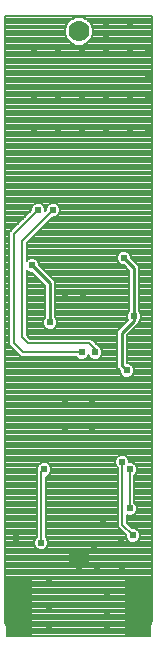
<source format=gbl>
G75*
G70*
%OFA0B0*%
%FSLAX24Y24*%
%IPPOS*%
%LPD*%
%AMOC8*
5,1,8,0,0,1.08239X$1,22.5*
%
%ADD10C,0.0700*%
%ADD11R,0.0900X0.2000*%
%ADD12C,0.0080*%
%ADD13C,0.0240*%
%ADD14C,0.0100*%
%ADD15C,0.0070*%
D10*
X003533Y006451D03*
X003533Y024051D03*
D11*
X001543Y004861D03*
X005523Y004861D03*
D12*
X001165Y004134D02*
X001084Y004331D01*
X001073Y004437D01*
X001073Y024551D01*
X005963Y024551D01*
X005963Y004437D01*
X005953Y004331D01*
X005871Y004134D01*
X005720Y003983D01*
X005523Y003901D01*
X005417Y003891D01*
X001620Y003891D01*
X001513Y003901D01*
X001316Y003983D01*
X001165Y004134D01*
X001162Y004143D02*
X005875Y004143D01*
X005908Y004222D02*
X001129Y004222D01*
X001096Y004300D02*
X005940Y004300D01*
X005958Y004379D02*
X001079Y004379D01*
X001073Y004457D02*
X005963Y004457D01*
X005963Y004536D02*
X001073Y004536D01*
X001073Y004614D02*
X005963Y004614D01*
X005963Y004693D02*
X001073Y004693D01*
X001073Y004771D02*
X005963Y004771D01*
X005963Y004850D02*
X001073Y004850D01*
X001073Y004928D02*
X005963Y004928D01*
X005963Y005007D02*
X001073Y005007D01*
X001073Y005085D02*
X005963Y005085D01*
X005963Y005164D02*
X001073Y005164D01*
X001073Y005242D02*
X005963Y005242D01*
X005963Y005321D02*
X001073Y005321D01*
X001073Y005399D02*
X005963Y005399D01*
X005963Y005478D02*
X001073Y005478D01*
X001073Y005556D02*
X005963Y005556D01*
X005963Y005635D02*
X001073Y005635D01*
X001073Y005713D02*
X005963Y005713D01*
X005963Y005792D02*
X001073Y005792D01*
X001073Y005870D02*
X005963Y005870D01*
X005963Y005949D02*
X001073Y005949D01*
X001073Y006027D02*
X005963Y006027D01*
X005963Y006106D02*
X001073Y006106D01*
X001073Y006184D02*
X005963Y006184D01*
X005963Y006263D02*
X001073Y006263D01*
X001073Y006341D02*
X005963Y006341D01*
X005963Y006420D02*
X001073Y006420D01*
X001073Y006498D02*
X005963Y006498D01*
X005963Y006577D02*
X001073Y006577D01*
X001073Y006655D02*
X005963Y006655D01*
X005963Y006734D02*
X001073Y006734D01*
X001073Y006812D02*
X002132Y006812D01*
X002147Y006797D02*
X002236Y006761D01*
X002331Y006761D01*
X002419Y006797D01*
X002487Y006865D01*
X002523Y006953D01*
X002523Y007048D01*
X005197Y007048D01*
X005197Y007047D02*
X005286Y007011D01*
X005381Y007011D01*
X005469Y007047D01*
X005537Y007115D01*
X005573Y007203D01*
X005573Y007298D01*
X005537Y007387D01*
X005469Y007454D01*
X005381Y007491D01*
X005313Y007491D01*
X005138Y007665D01*
X005138Y007930D01*
X005186Y007911D01*
X005281Y007911D01*
X005369Y007947D01*
X005437Y008015D01*
X005473Y008103D01*
X005473Y008198D01*
X005437Y008287D01*
X005388Y008335D01*
X005388Y009266D01*
X005437Y009315D01*
X005473Y009403D01*
X005473Y009498D01*
X005437Y009587D01*
X005369Y009654D01*
X005281Y009691D01*
X005223Y009691D01*
X005223Y009748D01*
X005187Y009837D01*
X005119Y009904D01*
X005031Y009941D01*
X004936Y009941D01*
X004847Y009904D01*
X004780Y009837D01*
X004743Y009748D01*
X004743Y009653D01*
X004780Y009565D01*
X004828Y009516D01*
X004828Y007536D01*
X005093Y007271D01*
X005093Y007203D01*
X005130Y007115D01*
X005197Y007047D01*
X005125Y007126D02*
X002491Y007126D01*
X002487Y007137D02*
X002438Y007185D01*
X002438Y009214D01*
X002519Y009247D01*
X002587Y009315D01*
X002623Y009403D01*
X002623Y009498D01*
X002587Y009587D01*
X002519Y009654D01*
X002431Y009691D01*
X002336Y009691D01*
X002247Y009654D01*
X002180Y009587D01*
X002143Y009498D01*
X002143Y009430D01*
X002128Y009415D01*
X002128Y007185D01*
X002080Y007137D01*
X002043Y007048D01*
X001073Y007048D01*
X001073Y007126D02*
X002076Y007126D01*
X002043Y007048D02*
X002043Y006953D01*
X002080Y006865D01*
X002147Y006797D01*
X002069Y006891D02*
X001073Y006891D01*
X001073Y006969D02*
X002043Y006969D01*
X002128Y007205D02*
X001073Y007205D01*
X001073Y007283D02*
X002128Y007283D01*
X002128Y007362D02*
X001073Y007362D01*
X001073Y007440D02*
X002128Y007440D01*
X002128Y007519D02*
X001073Y007519D01*
X001073Y007597D02*
X002128Y007597D01*
X002128Y007676D02*
X001073Y007676D01*
X001073Y007754D02*
X002128Y007754D01*
X002128Y007833D02*
X001073Y007833D01*
X001073Y007911D02*
X002128Y007911D01*
X002128Y007990D02*
X001073Y007990D01*
X001073Y008068D02*
X002128Y008068D01*
X002128Y008147D02*
X001073Y008147D01*
X001073Y008225D02*
X002128Y008225D01*
X002128Y008304D02*
X001073Y008304D01*
X001073Y008382D02*
X002128Y008382D01*
X002128Y008461D02*
X001073Y008461D01*
X001073Y008539D02*
X002128Y008539D01*
X002128Y008618D02*
X001073Y008618D01*
X001073Y008696D02*
X002128Y008696D01*
X002128Y008775D02*
X001073Y008775D01*
X001073Y008853D02*
X002128Y008853D01*
X002128Y008932D02*
X001073Y008932D01*
X001073Y009010D02*
X002128Y009010D01*
X002128Y009089D02*
X001073Y009089D01*
X001073Y009167D02*
X002128Y009167D01*
X002128Y009246D02*
X001073Y009246D01*
X001073Y009324D02*
X002128Y009324D01*
X002128Y009403D02*
X001073Y009403D01*
X001073Y009481D02*
X002143Y009481D01*
X002169Y009560D02*
X001073Y009560D01*
X001073Y009638D02*
X002231Y009638D01*
X002438Y009167D02*
X004828Y009167D01*
X004828Y009089D02*
X002438Y009089D01*
X002438Y009010D02*
X004828Y009010D01*
X004828Y008932D02*
X002438Y008932D01*
X002438Y008853D02*
X004828Y008853D01*
X004828Y008775D02*
X002438Y008775D01*
X002438Y008696D02*
X004828Y008696D01*
X004828Y008618D02*
X002438Y008618D01*
X002438Y008539D02*
X004828Y008539D01*
X004828Y008461D02*
X002438Y008461D01*
X002438Y008382D02*
X004828Y008382D01*
X004828Y008304D02*
X002438Y008304D01*
X002438Y008225D02*
X004828Y008225D01*
X004828Y008147D02*
X002438Y008147D01*
X002438Y008068D02*
X004828Y008068D01*
X004828Y007990D02*
X002438Y007990D01*
X002438Y007911D02*
X004828Y007911D01*
X004828Y007833D02*
X002438Y007833D01*
X002438Y007754D02*
X004828Y007754D01*
X004828Y007676D02*
X002438Y007676D01*
X002438Y007597D02*
X004828Y007597D01*
X004846Y007519D02*
X002438Y007519D01*
X002438Y007440D02*
X004925Y007440D01*
X005003Y007362D02*
X002438Y007362D01*
X002438Y007283D02*
X005082Y007283D01*
X005093Y007205D02*
X002438Y007205D01*
X002487Y007137D02*
X002523Y007048D01*
X002523Y006969D02*
X005963Y006969D01*
X005963Y006891D02*
X002498Y006891D01*
X002434Y006812D02*
X005963Y006812D01*
X005963Y007048D02*
X005470Y007048D01*
X005542Y007126D02*
X005963Y007126D01*
X005963Y007205D02*
X005573Y007205D01*
X005573Y007283D02*
X005963Y007283D01*
X005963Y007362D02*
X005547Y007362D01*
X005483Y007440D02*
X005963Y007440D01*
X005963Y007519D02*
X005285Y007519D01*
X005206Y007597D02*
X005963Y007597D01*
X005963Y007676D02*
X005138Y007676D01*
X005138Y007754D02*
X005963Y007754D01*
X005963Y007833D02*
X005138Y007833D01*
X005138Y007911D02*
X005184Y007911D01*
X005282Y007911D02*
X005963Y007911D01*
X005963Y007990D02*
X005412Y007990D01*
X005459Y008068D02*
X005963Y008068D01*
X005963Y008147D02*
X005473Y008147D01*
X005462Y008225D02*
X005963Y008225D01*
X005963Y008304D02*
X005420Y008304D01*
X005388Y008382D02*
X005963Y008382D01*
X005963Y008461D02*
X005388Y008461D01*
X005388Y008539D02*
X005963Y008539D01*
X005963Y008618D02*
X005388Y008618D01*
X005388Y008696D02*
X005963Y008696D01*
X005963Y008775D02*
X005388Y008775D01*
X005388Y008853D02*
X005963Y008853D01*
X005963Y008932D02*
X005388Y008932D01*
X005388Y009010D02*
X005963Y009010D01*
X005963Y009089D02*
X005388Y009089D01*
X005388Y009167D02*
X005963Y009167D01*
X005963Y009246D02*
X005388Y009246D01*
X005441Y009324D02*
X005963Y009324D01*
X005963Y009403D02*
X005473Y009403D01*
X005473Y009481D02*
X005963Y009481D01*
X005963Y009560D02*
X005448Y009560D01*
X005385Y009638D02*
X005963Y009638D01*
X005963Y009717D02*
X005223Y009717D01*
X005204Y009795D02*
X005963Y009795D01*
X005963Y009874D02*
X005150Y009874D01*
X004817Y009874D02*
X001073Y009874D01*
X001073Y009952D02*
X005963Y009952D01*
X005963Y010031D02*
X001073Y010031D01*
X001073Y010109D02*
X005963Y010109D01*
X005963Y010188D02*
X001073Y010188D01*
X001073Y010266D02*
X005963Y010266D01*
X005963Y010345D02*
X001073Y010345D01*
X001073Y010423D02*
X005963Y010423D01*
X005963Y010502D02*
X001073Y010502D01*
X001073Y010580D02*
X005963Y010580D01*
X005963Y010659D02*
X001073Y010659D01*
X001073Y010737D02*
X005963Y010737D01*
X005963Y010816D02*
X001073Y010816D01*
X001073Y010894D02*
X005963Y010894D01*
X005963Y010973D02*
X001073Y010973D01*
X001073Y011051D02*
X005963Y011051D01*
X005963Y011130D02*
X001073Y011130D01*
X001073Y011208D02*
X005963Y011208D01*
X005963Y011287D02*
X001073Y011287D01*
X001073Y011365D02*
X005963Y011365D01*
X005963Y011444D02*
X001073Y011444D01*
X001073Y011522D02*
X005963Y011522D01*
X005963Y011601D02*
X001073Y011601D01*
X001073Y011679D02*
X005963Y011679D01*
X005963Y011758D02*
X001073Y011758D01*
X001073Y011836D02*
X005963Y011836D01*
X005963Y011915D02*
X001073Y011915D01*
X001073Y011993D02*
X005963Y011993D01*
X005963Y012072D02*
X001073Y012072D01*
X001073Y012150D02*
X005963Y012150D01*
X005963Y012229D02*
X001073Y012229D01*
X001073Y012307D02*
X005963Y012307D01*
X005963Y012386D02*
X001073Y012386D01*
X001073Y012464D02*
X005963Y012464D01*
X005963Y012543D02*
X005258Y012543D01*
X005269Y012547D02*
X005337Y012615D01*
X005373Y012703D01*
X005373Y012798D01*
X005337Y012887D01*
X005269Y012954D01*
X005181Y012991D01*
X005153Y012991D01*
X005153Y013930D01*
X005454Y014231D01*
X005553Y014330D01*
X005553Y014381D01*
X005587Y014415D01*
X005623Y014503D01*
X005623Y014598D01*
X005587Y014687D01*
X005553Y014720D01*
X005553Y016221D01*
X005273Y016501D01*
X005273Y016548D01*
X005237Y016637D01*
X005169Y016704D01*
X005081Y016741D01*
X004986Y016741D01*
X004897Y016704D01*
X004830Y016637D01*
X004793Y016548D01*
X004793Y016453D01*
X004830Y016365D01*
X004897Y016297D01*
X004986Y016261D01*
X005033Y016261D01*
X005213Y016080D01*
X005213Y014720D01*
X005180Y014687D01*
X005143Y014598D01*
X005143Y014503D01*
X005173Y014431D01*
X004813Y014071D01*
X004813Y012830D01*
X004893Y012750D01*
X004893Y012703D01*
X004930Y012615D01*
X004997Y012547D01*
X005086Y012511D01*
X005181Y012511D01*
X005269Y012547D01*
X005339Y012621D02*
X005963Y012621D01*
X005963Y012700D02*
X005372Y012700D01*
X005373Y012778D02*
X005963Y012778D01*
X005963Y012857D02*
X005349Y012857D01*
X005288Y012935D02*
X005963Y012935D01*
X005963Y013014D02*
X005153Y013014D01*
X005153Y013092D02*
X005963Y013092D01*
X005963Y013171D02*
X005153Y013171D01*
X005153Y013249D02*
X005963Y013249D01*
X005963Y013328D02*
X005153Y013328D01*
X005153Y013406D02*
X005963Y013406D01*
X005963Y013485D02*
X005153Y013485D01*
X005153Y013563D02*
X005963Y013563D01*
X005963Y013642D02*
X005153Y013642D01*
X005153Y013720D02*
X005963Y013720D01*
X005963Y013799D02*
X005153Y013799D01*
X005153Y013877D02*
X005963Y013877D01*
X005963Y013956D02*
X005179Y013956D01*
X005257Y014034D02*
X005963Y014034D01*
X005963Y014113D02*
X005336Y014113D01*
X005414Y014191D02*
X005963Y014191D01*
X005963Y014270D02*
X005493Y014270D01*
X005553Y014348D02*
X005963Y014348D01*
X005963Y014427D02*
X005592Y014427D01*
X005623Y014505D02*
X005963Y014505D01*
X005963Y014584D02*
X005623Y014584D01*
X005597Y014662D02*
X005963Y014662D01*
X005963Y014741D02*
X005553Y014741D01*
X005553Y014819D02*
X005963Y014819D01*
X005963Y014898D02*
X005553Y014898D01*
X005553Y014976D02*
X005963Y014976D01*
X005963Y015055D02*
X005553Y015055D01*
X005553Y015133D02*
X005963Y015133D01*
X005963Y015212D02*
X005553Y015212D01*
X005553Y015290D02*
X005963Y015290D01*
X005963Y015369D02*
X005553Y015369D01*
X005553Y015447D02*
X005963Y015447D01*
X005963Y015526D02*
X005553Y015526D01*
X005553Y015604D02*
X005963Y015604D01*
X005963Y015683D02*
X005553Y015683D01*
X005553Y015761D02*
X005963Y015761D01*
X005963Y015840D02*
X005553Y015840D01*
X005553Y015918D02*
X005963Y015918D01*
X005963Y015997D02*
X005553Y015997D01*
X005553Y016075D02*
X005963Y016075D01*
X005963Y016154D02*
X005553Y016154D01*
X005542Y016232D02*
X005963Y016232D01*
X005963Y016311D02*
X005464Y016311D01*
X005385Y016389D02*
X005963Y016389D01*
X005963Y016468D02*
X005307Y016468D01*
X005273Y016546D02*
X005963Y016546D01*
X005963Y016625D02*
X005242Y016625D01*
X005170Y016703D02*
X005963Y016703D01*
X005963Y016782D02*
X001793Y016782D01*
X001793Y016860D02*
X005963Y016860D01*
X005963Y016939D02*
X001793Y016939D01*
X001793Y016984D02*
X002670Y017861D01*
X002731Y017861D01*
X002819Y017897D01*
X002887Y017965D01*
X002923Y018053D01*
X002923Y018148D01*
X002887Y018237D01*
X002819Y018304D01*
X002731Y018341D01*
X002636Y018341D01*
X002547Y018304D01*
X002480Y018237D01*
X002443Y018148D01*
X002443Y018087D01*
X002423Y018067D01*
X002423Y018148D01*
X002387Y018237D01*
X002319Y018304D01*
X002231Y018341D01*
X002136Y018341D01*
X002047Y018304D01*
X001980Y018237D01*
X001943Y018148D01*
X001943Y018087D01*
X001223Y017367D01*
X001223Y013584D01*
X001317Y013491D01*
X001617Y013191D01*
X003454Y013191D01*
X003497Y013147D01*
X003586Y013111D01*
X003681Y013111D01*
X003769Y013147D01*
X003837Y013215D01*
X003858Y013267D01*
X003880Y013215D01*
X003947Y013147D01*
X004036Y013111D01*
X004131Y013111D01*
X004219Y013147D01*
X004287Y013215D01*
X004323Y013303D01*
X004323Y013398D01*
X004287Y013487D01*
X004219Y013554D01*
X004197Y013563D01*
X004043Y013717D01*
X003950Y013811D01*
X001900Y013811D01*
X001793Y013917D01*
X001793Y016101D01*
X001847Y016047D01*
X001936Y016011D01*
X001983Y016011D01*
X002413Y015580D01*
X002413Y014520D01*
X002380Y014487D01*
X002343Y014398D01*
X002343Y014303D01*
X002380Y014215D01*
X002447Y014147D01*
X002536Y014111D01*
X002631Y014111D01*
X002719Y014147D01*
X002787Y014215D01*
X002823Y014303D01*
X002823Y014398D01*
X002787Y014487D01*
X002753Y014520D01*
X002753Y015721D01*
X002223Y016251D01*
X002223Y016298D01*
X002187Y016387D01*
X002119Y016454D01*
X002031Y016491D01*
X001936Y016491D01*
X001847Y016454D01*
X001793Y016400D01*
X001793Y016984D01*
X001826Y017017D02*
X005963Y017017D01*
X005963Y017096D02*
X001905Y017096D01*
X001983Y017174D02*
X005963Y017174D01*
X005963Y017253D02*
X002062Y017253D01*
X002140Y017331D02*
X005963Y017331D01*
X005963Y017410D02*
X002219Y017410D01*
X002297Y017488D02*
X005963Y017488D01*
X005963Y017567D02*
X002376Y017567D01*
X002454Y017645D02*
X005963Y017645D01*
X005963Y017724D02*
X002533Y017724D01*
X002611Y017802D02*
X005963Y017802D01*
X005963Y017881D02*
X002779Y017881D01*
X002881Y017959D02*
X005963Y017959D01*
X005963Y018038D02*
X002917Y018038D01*
X002923Y018116D02*
X005963Y018116D01*
X005963Y018195D02*
X002904Y018195D01*
X002850Y018273D02*
X005963Y018273D01*
X005963Y018352D02*
X001073Y018352D01*
X001073Y018430D02*
X005963Y018430D01*
X005963Y018509D02*
X001073Y018509D01*
X001073Y018587D02*
X005963Y018587D01*
X005963Y018666D02*
X001073Y018666D01*
X001073Y018744D02*
X005963Y018744D01*
X005963Y018823D02*
X001073Y018823D01*
X001073Y018901D02*
X005963Y018901D01*
X005963Y018980D02*
X001073Y018980D01*
X001073Y019058D02*
X005963Y019058D01*
X005963Y019137D02*
X001073Y019137D01*
X001073Y019215D02*
X005963Y019215D01*
X005963Y019294D02*
X001073Y019294D01*
X001073Y019372D02*
X005963Y019372D01*
X005963Y019451D02*
X001073Y019451D01*
X001073Y019529D02*
X005963Y019529D01*
X005963Y019608D02*
X001073Y019608D01*
X001073Y019686D02*
X005963Y019686D01*
X005963Y019765D02*
X001073Y019765D01*
X001073Y019843D02*
X005963Y019843D01*
X005963Y019922D02*
X001073Y019922D01*
X001073Y020000D02*
X005963Y020000D01*
X005963Y020079D02*
X001073Y020079D01*
X001073Y020157D02*
X005963Y020157D01*
X005963Y020236D02*
X001073Y020236D01*
X001073Y020314D02*
X005963Y020314D01*
X005963Y020393D02*
X001073Y020393D01*
X001073Y020471D02*
X005963Y020471D01*
X005963Y020550D02*
X001073Y020550D01*
X001073Y020628D02*
X005963Y020628D01*
X005963Y020707D02*
X001073Y020707D01*
X001073Y020785D02*
X005963Y020785D01*
X005963Y020864D02*
X001073Y020864D01*
X001073Y020942D02*
X005963Y020942D01*
X005963Y021021D02*
X001073Y021021D01*
X001073Y021099D02*
X005963Y021099D01*
X005963Y021178D02*
X001073Y021178D01*
X001073Y021256D02*
X005963Y021256D01*
X005963Y021335D02*
X001073Y021335D01*
X001073Y021413D02*
X005963Y021413D01*
X005963Y021492D02*
X001073Y021492D01*
X001073Y021570D02*
X005963Y021570D01*
X005963Y021649D02*
X001073Y021649D01*
X001073Y021727D02*
X005963Y021727D01*
X005963Y021806D02*
X001073Y021806D01*
X001073Y021884D02*
X005963Y021884D01*
X005963Y021963D02*
X001073Y021963D01*
X001073Y022041D02*
X005963Y022041D01*
X005963Y022120D02*
X001073Y022120D01*
X001073Y022198D02*
X005963Y022198D01*
X005963Y022277D02*
X001073Y022277D01*
X001073Y022355D02*
X005963Y022355D01*
X005963Y022434D02*
X001073Y022434D01*
X001073Y022512D02*
X005963Y022512D01*
X005963Y022591D02*
X001073Y022591D01*
X001073Y022669D02*
X005963Y022669D01*
X005963Y022748D02*
X001073Y022748D01*
X001073Y022826D02*
X005963Y022826D01*
X005963Y022905D02*
X001073Y022905D01*
X001073Y022983D02*
X005963Y022983D01*
X005963Y023062D02*
X001073Y023062D01*
X001073Y023140D02*
X005963Y023140D01*
X005963Y023219D02*
X001073Y023219D01*
X001073Y023297D02*
X005963Y023297D01*
X005963Y023376D02*
X001073Y023376D01*
X001073Y023454D02*
X005963Y023454D01*
X005963Y023533D02*
X001073Y023533D01*
X001073Y023611D02*
X003366Y023611D01*
X003440Y023581D02*
X003267Y023652D01*
X003135Y023784D01*
X003063Y023957D01*
X003063Y024144D01*
X003135Y024317D01*
X003267Y024449D01*
X003440Y024521D01*
X003627Y024521D01*
X003800Y024449D01*
X003932Y024317D01*
X004003Y024144D01*
X004003Y023957D01*
X003932Y023784D01*
X003800Y023652D01*
X003627Y023581D01*
X003440Y023581D01*
X003230Y023690D02*
X001073Y023690D01*
X001073Y023768D02*
X003151Y023768D01*
X003109Y023847D02*
X001073Y023847D01*
X001073Y023925D02*
X003077Y023925D01*
X003063Y024004D02*
X001073Y024004D01*
X001073Y024082D02*
X003063Y024082D01*
X003070Y024161D02*
X001073Y024161D01*
X001073Y024239D02*
X003103Y024239D01*
X003136Y024318D02*
X001073Y024318D01*
X001073Y024396D02*
X003214Y024396D01*
X003329Y024475D02*
X001073Y024475D01*
X001073Y018273D02*
X002016Y018273D01*
X001963Y018195D02*
X001073Y018195D01*
X001073Y018116D02*
X001943Y018116D01*
X001894Y018038D02*
X001073Y018038D01*
X001073Y017959D02*
X001816Y017959D01*
X001737Y017881D02*
X001073Y017881D01*
X001073Y017802D02*
X001659Y017802D01*
X001580Y017724D02*
X001073Y017724D01*
X001073Y017645D02*
X001502Y017645D01*
X001423Y017567D02*
X001073Y017567D01*
X001073Y017488D02*
X001345Y017488D01*
X001266Y017410D02*
X001073Y017410D01*
X001073Y017331D02*
X001223Y017331D01*
X001223Y017253D02*
X001073Y017253D01*
X001073Y017174D02*
X001223Y017174D01*
X001223Y017096D02*
X001073Y017096D01*
X001073Y017017D02*
X001223Y017017D01*
X001223Y016939D02*
X001073Y016939D01*
X001073Y016860D02*
X001223Y016860D01*
X001223Y016782D02*
X001073Y016782D01*
X001073Y016703D02*
X001223Y016703D01*
X001223Y016625D02*
X001073Y016625D01*
X001073Y016546D02*
X001223Y016546D01*
X001223Y016468D02*
X001073Y016468D01*
X001073Y016389D02*
X001223Y016389D01*
X001223Y016311D02*
X001073Y016311D01*
X001073Y016232D02*
X001223Y016232D01*
X001223Y016154D02*
X001073Y016154D01*
X001073Y016075D02*
X001223Y016075D01*
X001223Y015997D02*
X001073Y015997D01*
X001073Y015918D02*
X001223Y015918D01*
X001223Y015840D02*
X001073Y015840D01*
X001073Y015761D02*
X001223Y015761D01*
X001223Y015683D02*
X001073Y015683D01*
X001073Y015604D02*
X001223Y015604D01*
X001223Y015526D02*
X001073Y015526D01*
X001073Y015447D02*
X001223Y015447D01*
X001223Y015369D02*
X001073Y015369D01*
X001073Y015290D02*
X001223Y015290D01*
X001223Y015212D02*
X001073Y015212D01*
X001073Y015133D02*
X001223Y015133D01*
X001223Y015055D02*
X001073Y015055D01*
X001073Y014976D02*
X001223Y014976D01*
X001223Y014898D02*
X001073Y014898D01*
X001073Y014819D02*
X001223Y014819D01*
X001223Y014741D02*
X001073Y014741D01*
X001073Y014662D02*
X001223Y014662D01*
X001223Y014584D02*
X001073Y014584D01*
X001073Y014505D02*
X001223Y014505D01*
X001223Y014427D02*
X001073Y014427D01*
X001073Y014348D02*
X001223Y014348D01*
X001223Y014270D02*
X001073Y014270D01*
X001073Y014191D02*
X001223Y014191D01*
X001223Y014113D02*
X001073Y014113D01*
X001073Y014034D02*
X001223Y014034D01*
X001223Y013956D02*
X001073Y013956D01*
X001073Y013877D02*
X001223Y013877D01*
X001223Y013799D02*
X001073Y013799D01*
X001073Y013720D02*
X001223Y013720D01*
X001223Y013642D02*
X001073Y013642D01*
X001073Y013563D02*
X001245Y013563D01*
X001323Y013485D02*
X001073Y013485D01*
X001073Y013406D02*
X001402Y013406D01*
X001383Y013651D02*
X001383Y017301D01*
X002183Y018101D01*
X002350Y018273D02*
X002516Y018273D01*
X002463Y018195D02*
X002404Y018195D01*
X002423Y018116D02*
X002443Y018116D01*
X002683Y018101D02*
X001633Y017051D01*
X001633Y013851D01*
X001833Y013651D01*
X003883Y013651D01*
X004083Y013451D01*
X004083Y013351D01*
X004197Y013563D02*
X004813Y013563D01*
X004813Y013485D02*
X004288Y013485D01*
X004320Y013406D02*
X004813Y013406D01*
X004813Y013328D02*
X004323Y013328D01*
X004301Y013249D02*
X004813Y013249D01*
X004813Y013171D02*
X004243Y013171D01*
X004119Y013642D02*
X004813Y013642D01*
X004813Y013720D02*
X004040Y013720D01*
X003962Y013799D02*
X004813Y013799D01*
X004813Y013877D02*
X001833Y013877D01*
X001793Y013956D02*
X004813Y013956D01*
X004813Y014034D02*
X001793Y014034D01*
X001793Y014113D02*
X002531Y014113D01*
X002403Y014191D02*
X001793Y014191D01*
X001793Y014270D02*
X002357Y014270D01*
X002343Y014348D02*
X001793Y014348D01*
X001793Y014427D02*
X002355Y014427D01*
X002398Y014505D02*
X001793Y014505D01*
X001793Y014584D02*
X002413Y014584D01*
X002413Y014662D02*
X001793Y014662D01*
X001793Y014741D02*
X002413Y014741D01*
X002413Y014819D02*
X001793Y014819D01*
X001793Y014898D02*
X002413Y014898D01*
X002413Y014976D02*
X001793Y014976D01*
X001793Y015055D02*
X002413Y015055D01*
X002413Y015133D02*
X001793Y015133D01*
X001793Y015212D02*
X002413Y015212D01*
X002413Y015290D02*
X001793Y015290D01*
X001793Y015369D02*
X002413Y015369D01*
X002413Y015447D02*
X001793Y015447D01*
X001793Y015526D02*
X002413Y015526D01*
X002389Y015604D02*
X001793Y015604D01*
X001793Y015683D02*
X002311Y015683D01*
X002232Y015761D02*
X001793Y015761D01*
X001793Y015840D02*
X002154Y015840D01*
X002075Y015918D02*
X001793Y015918D01*
X001793Y015997D02*
X001997Y015997D01*
X002086Y016468D02*
X004793Y016468D01*
X004793Y016546D02*
X001793Y016546D01*
X001793Y016468D02*
X001880Y016468D01*
X001793Y016625D02*
X004825Y016625D01*
X004896Y016703D02*
X001793Y016703D01*
X001793Y016075D02*
X001819Y016075D01*
X002242Y016232D02*
X005061Y016232D01*
X005140Y016154D02*
X002321Y016154D01*
X002399Y016075D02*
X005213Y016075D01*
X005213Y015997D02*
X002478Y015997D01*
X002556Y015918D02*
X005213Y015918D01*
X005213Y015840D02*
X002635Y015840D01*
X002713Y015761D02*
X005213Y015761D01*
X005213Y015683D02*
X002753Y015683D01*
X002753Y015604D02*
X005213Y015604D01*
X005213Y015526D02*
X002753Y015526D01*
X002753Y015447D02*
X005213Y015447D01*
X005213Y015369D02*
X002753Y015369D01*
X002753Y015290D02*
X005213Y015290D01*
X005213Y015212D02*
X002753Y015212D01*
X002753Y015133D02*
X005213Y015133D01*
X005213Y015055D02*
X002753Y015055D01*
X002753Y014976D02*
X005213Y014976D01*
X005213Y014898D02*
X002753Y014898D01*
X002753Y014819D02*
X005213Y014819D01*
X005213Y014741D02*
X002753Y014741D01*
X002753Y014662D02*
X005170Y014662D01*
X005143Y014584D02*
X002753Y014584D01*
X002768Y014505D02*
X005143Y014505D01*
X005169Y014427D02*
X002812Y014427D01*
X002823Y014348D02*
X005090Y014348D01*
X005012Y014270D02*
X002810Y014270D01*
X002763Y014191D02*
X004933Y014191D01*
X004855Y014113D02*
X002636Y014113D01*
X002218Y016311D02*
X004884Y016311D01*
X004820Y016389D02*
X002184Y016389D01*
X001383Y013651D02*
X001683Y013351D01*
X003633Y013351D01*
X003474Y013171D02*
X001073Y013171D01*
X001073Y013249D02*
X001559Y013249D01*
X001480Y013328D02*
X001073Y013328D01*
X001073Y013092D02*
X004813Y013092D01*
X004813Y013014D02*
X001073Y013014D01*
X001073Y012935D02*
X004813Y012935D01*
X004813Y012857D02*
X001073Y012857D01*
X001073Y012778D02*
X004865Y012778D01*
X004895Y012700D02*
X001073Y012700D01*
X001073Y012621D02*
X004927Y012621D01*
X005008Y012543D02*
X001073Y012543D01*
X001073Y009795D02*
X004763Y009795D01*
X004743Y009717D02*
X001073Y009717D01*
X001234Y004065D02*
X005802Y004065D01*
X005724Y003986D02*
X001313Y003986D01*
X001498Y003908D02*
X005539Y003908D01*
X004828Y009246D02*
X002516Y009246D01*
X002591Y009324D02*
X004828Y009324D01*
X004828Y009403D02*
X002623Y009403D01*
X002623Y009481D02*
X004828Y009481D01*
X004785Y009560D02*
X002598Y009560D01*
X002535Y009638D02*
X004749Y009638D01*
X003924Y013171D02*
X003793Y013171D01*
X003851Y013249D02*
X003866Y013249D01*
X003701Y023611D02*
X005963Y023611D01*
X005963Y023690D02*
X003837Y023690D01*
X003916Y023768D02*
X005963Y023768D01*
X005963Y023847D02*
X003958Y023847D01*
X003990Y023925D02*
X005963Y023925D01*
X005963Y024004D02*
X004003Y024004D01*
X004003Y024082D02*
X005963Y024082D01*
X005963Y024161D02*
X003996Y024161D01*
X003964Y024239D02*
X005963Y024239D01*
X005963Y024318D02*
X003931Y024318D01*
X003852Y024396D02*
X005963Y024396D01*
X005963Y024475D02*
X003738Y024475D01*
D13*
X003633Y023351D03*
X003633Y021751D03*
X003633Y020751D03*
X003633Y019751D03*
X002833Y019751D03*
X002833Y020751D03*
X002833Y021751D03*
X002833Y023351D03*
X002033Y023351D03*
X002033Y021751D03*
X002033Y020751D03*
X002033Y019751D03*
X002183Y018101D03*
X002683Y018101D03*
X001983Y016251D03*
X002583Y014351D03*
X003083Y015201D03*
X003633Y013351D03*
X003983Y011701D03*
X003983Y010801D03*
X004083Y013351D03*
X003683Y015201D03*
X003083Y011701D03*
X003083Y010801D03*
X002383Y009451D03*
X002283Y007001D03*
X002533Y005651D03*
X002533Y004901D03*
X002533Y004151D03*
X001433Y007151D03*
X004033Y006851D03*
X004133Y006201D03*
X004483Y005351D03*
X004483Y004701D03*
X004483Y004151D03*
X004983Y006101D03*
X004933Y007051D03*
X005233Y008151D03*
X005333Y007251D03*
X005233Y009451D03*
X004983Y009701D03*
X004333Y007651D03*
X005133Y012751D03*
X005383Y014551D03*
X005033Y016501D03*
X005233Y019751D03*
X005233Y020751D03*
X005233Y021751D03*
X005233Y023351D03*
X005233Y024351D03*
X005833Y023351D03*
X005833Y022551D03*
X005833Y021751D03*
X005833Y020751D03*
X005833Y019751D03*
X004433Y019751D03*
X004433Y020751D03*
X004433Y021751D03*
X004433Y023351D03*
X004433Y023851D03*
X004433Y024351D03*
D14*
X005033Y016501D02*
X005383Y016151D01*
X005383Y014551D01*
X005383Y014401D01*
X004983Y014001D01*
X004983Y012901D01*
X005133Y012751D01*
X002583Y014351D02*
X002583Y015651D01*
X001983Y016251D01*
D15*
X002383Y009451D02*
X002283Y009351D01*
X002283Y007001D01*
X004983Y007601D02*
X005333Y007251D01*
X005233Y008151D02*
X005233Y009451D01*
X004983Y009701D02*
X004983Y007601D01*
M02*

</source>
